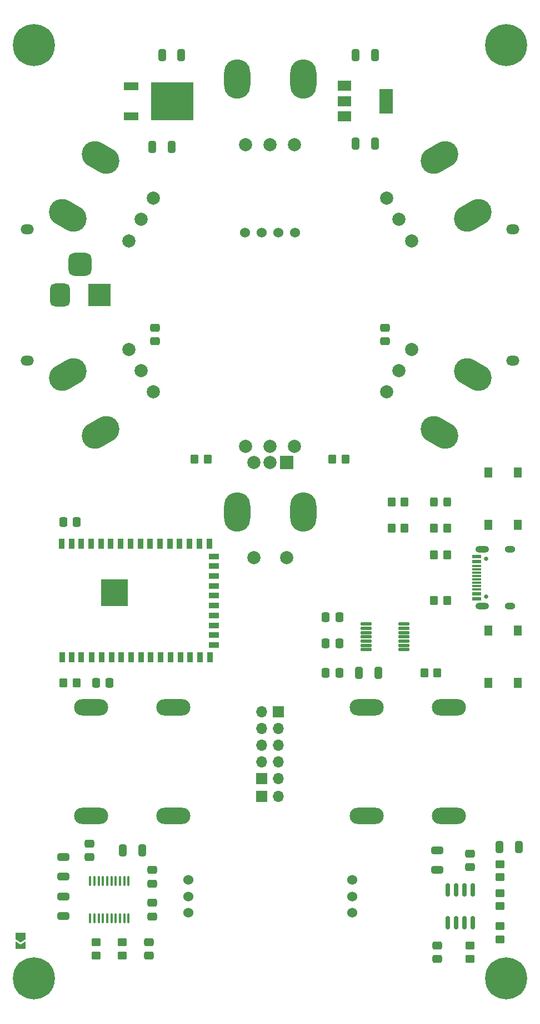
<source format=gbr>
%TF.GenerationSoftware,KiCad,Pcbnew,(6.0.0)*%
%TF.CreationDate,2022-11-04T15:31:48+01:00*%
%TF.ProjectId,Supersonic Quantumbox,53757065-7273-46f6-9e69-63205175616e,rev?*%
%TF.SameCoordinates,Original*%
%TF.FileFunction,Soldermask,Bot*%
%TF.FilePolarity,Negative*%
%FSLAX46Y46*%
G04 Gerber Fmt 4.6, Leading zero omitted, Abs format (unit mm)*
G04 Created by KiCad (PCBNEW (6.0.0)) date 2022-11-04 15:31:48*
%MOMM*%
%LPD*%
G01*
G04 APERTURE LIST*
G04 Aperture macros list*
%AMRoundRect*
0 Rectangle with rounded corners*
0 $1 Rounding radius*
0 $2 $3 $4 $5 $6 $7 $8 $9 X,Y pos of 4 corners*
0 Add a 4 corners polygon primitive as box body*
4,1,4,$2,$3,$4,$5,$6,$7,$8,$9,$2,$3,0*
0 Add four circle primitives for the rounded corners*
1,1,$1+$1,$2,$3*
1,1,$1+$1,$4,$5*
1,1,$1+$1,$6,$7*
1,1,$1+$1,$8,$9*
0 Add four rect primitives between the rounded corners*
20,1,$1+$1,$2,$3,$4,$5,0*
20,1,$1+$1,$4,$5,$6,$7,0*
20,1,$1+$1,$6,$7,$8,$9,0*
20,1,$1+$1,$8,$9,$2,$3,0*%
%AMHorizOval*
0 Thick line with rounded ends*
0 $1 width*
0 $2 $3 position (X,Y) of the first rounded end (center of the circle)*
0 $4 $5 position (X,Y) of the second rounded end (center of the circle)*
0 Add line between two ends*
20,1,$1,$2,$3,$4,$5,0*
0 Add two circle primitives to create the rounded ends*
1,1,$1,$2,$3*
1,1,$1,$4,$5*%
%AMFreePoly0*
4,1,6,1.000000,0.000000,0.500000,-0.750000,-0.500000,-0.750000,-0.500000,0.750000,0.500000,0.750000,1.000000,0.000000,1.000000,0.000000,$1*%
%AMFreePoly1*
4,1,6,0.500000,-0.750000,-0.650000,-0.750000,-0.150000,0.000000,-0.650000,0.750000,0.500000,0.750000,0.500000,-0.750000,0.500000,-0.750000,$1*%
G04 Aperture macros list end*
%ADD10C,0.800000*%
%ADD11C,6.400000*%
%ADD12HorizOval,4.000000X-0.866025X-0.500000X0.866025X0.500000X0*%
%ADD13C,2.000000*%
%ADD14O,4.000000X6.000000*%
%ADD15HorizOval,4.000000X-0.866025X0.500000X0.866025X-0.500000X0*%
%ADD16O,2.000000X1.500000*%
%ADD17HorizOval,4.000000X0.866025X-0.500000X-0.866025X0.500000X0*%
%ADD18C,1.524000*%
%ADD19R,1.700000X1.700000*%
%ADD20O,1.700000X1.700000*%
%ADD21R,2.000000X2.000000*%
%ADD22R,2.500000X3.000000*%
%ADD23HorizOval,4.000000X0.866025X0.500000X-0.866025X-0.500000X0*%
%ADD24RoundRect,0.250000X-0.450000X0.350000X-0.450000X-0.350000X0.450000X-0.350000X0.450000X0.350000X0*%
%ADD25RoundRect,0.250000X0.450000X-0.350000X0.450000X0.350000X-0.450000X0.350000X-0.450000X-0.350000X0*%
%ADD26RoundRect,0.250000X0.350000X0.450000X-0.350000X0.450000X-0.350000X-0.450000X0.350000X-0.450000X0*%
%ADD27RoundRect,0.100000X0.100000X-0.637500X0.100000X0.637500X-0.100000X0.637500X-0.100000X-0.637500X0*%
%ADD28RoundRect,0.250000X0.337500X0.475000X-0.337500X0.475000X-0.337500X-0.475000X0.337500X-0.475000X0*%
%ADD29RoundRect,0.250000X0.475000X-0.337500X0.475000X0.337500X-0.475000X0.337500X-0.475000X-0.337500X0*%
%ADD30R,2.000000X1.500000*%
%ADD31R,2.000000X3.800000*%
%ADD32RoundRect,0.020500X-0.764500X-0.184500X0.764500X-0.184500X0.764500X0.184500X-0.764500X0.184500X0*%
%ADD33O,5.200000X2.500000*%
%ADD34R,1.300000X1.550000*%
%ADD35RoundRect,0.250000X-0.650000X0.325000X-0.650000X-0.325000X0.650000X-0.325000X0.650000X0.325000X0*%
%ADD36RoundRect,0.250000X-0.337500X-0.475000X0.337500X-0.475000X0.337500X0.475000X-0.337500X0.475000X0*%
%ADD37RoundRect,0.250000X-0.325000X-0.650000X0.325000X-0.650000X0.325000X0.650000X-0.325000X0.650000X0*%
%ADD38RoundRect,0.250000X-0.350000X-0.450000X0.350000X-0.450000X0.350000X0.450000X-0.350000X0.450000X0*%
%ADD39R,2.200000X1.200000*%
%ADD40R,6.400000X5.800000*%
%ADD41FreePoly0,270.000000*%
%ADD42FreePoly1,270.000000*%
%ADD43R,3.500000X3.500000*%
%ADD44RoundRect,0.750000X-0.750000X-1.000000X0.750000X-1.000000X0.750000X1.000000X-0.750000X1.000000X0*%
%ADD45RoundRect,0.875000X-0.875000X-0.875000X0.875000X-0.875000X0.875000X0.875000X-0.875000X0.875000X0*%
%ADD46RoundRect,0.250000X-0.325000X-0.450000X0.325000X-0.450000X0.325000X0.450000X-0.325000X0.450000X0*%
%ADD47RoundRect,0.250000X0.325000X0.650000X-0.325000X0.650000X-0.325000X-0.650000X0.325000X-0.650000X0*%
%ADD48C,0.650000*%
%ADD49R,1.450000X0.600000*%
%ADD50R,1.450000X0.300000*%
%ADD51O,2.100000X1.000000*%
%ADD52O,1.600000X1.000000*%
%ADD53RoundRect,0.250000X-0.475000X0.337500X-0.475000X-0.337500X0.475000X-0.337500X0.475000X0.337500X0*%
%ADD54R,0.900000X1.500000*%
%ADD55R,1.500000X0.900000*%
%ADD56R,4.100000X4.100000*%
%ADD57RoundRect,0.250000X0.650000X-0.325000X0.650000X0.325000X-0.650000X0.325000X-0.650000X-0.325000X0*%
%ADD58RoundRect,0.150000X0.150000X-0.825000X0.150000X0.825000X-0.150000X0.825000X-0.150000X-0.825000X0*%
G04 APERTURE END LIST*
D10*
%TO.C,H4*%
X164938428Y-24600000D03*
X167338428Y-27000000D03*
X162538428Y-27000000D03*
X164938428Y-29400000D03*
X166635484Y-28697056D03*
X166635484Y-25302944D03*
X163241372Y-25302944D03*
X163241372Y-28697056D03*
D11*
X164938428Y-27000000D03*
%TD*%
D12*
%TO.C,RV4*%
X103133301Y-85873428D03*
X98083301Y-77126572D03*
D13*
X111143555Y-79747595D03*
X109268555Y-76500000D03*
X107393555Y-73252405D03*
%TD*%
D14*
%TO.C,RV2*%
X133988428Y-32170250D03*
X123888428Y-32170250D03*
D13*
X125188428Y-42170250D03*
X128938428Y-42170250D03*
X132688428Y-42170250D03*
%TD*%
D15*
%TO.C,RV1*%
X103133301Y-44126572D03*
X98083301Y-52873428D03*
D13*
X107393555Y-56747595D03*
X109268555Y-53500000D03*
X111143555Y-50252405D03*
%TD*%
D16*
%TO.C,D4*%
X165938428Y-75000000D03*
X165938428Y-55000000D03*
%TD*%
D17*
%TO.C,RV6*%
X159793555Y-77126572D03*
X154743555Y-85873428D03*
D13*
X150483301Y-73252405D03*
X148608301Y-76500000D03*
X146733301Y-79747595D03*
%TD*%
D18*
%TO.C,SW4*%
X141438428Y-159000000D03*
X141438428Y-156500000D03*
X141438428Y-154000000D03*
X116438428Y-159000000D03*
X116438428Y-156500000D03*
X116438428Y-154000000D03*
%TD*%
D10*
%TO.C,H1*%
X90538428Y-169000000D03*
X94635484Y-167302944D03*
X92938428Y-166600000D03*
X91241372Y-170697056D03*
X91241372Y-167302944D03*
X94635484Y-170697056D03*
X92938428Y-171400000D03*
X95338428Y-169000000D03*
D11*
X92938428Y-169000000D03*
%TD*%
D19*
%TO.C,J4*%
X127675428Y-138596000D03*
D20*
X127675428Y-136056000D03*
X127675428Y-133516000D03*
X127675428Y-130976000D03*
X127675428Y-128436000D03*
%TD*%
D21*
%TO.C,SW3*%
X131438428Y-90450000D03*
D13*
X126438428Y-90450000D03*
X128938428Y-90450000D03*
D22*
X134538428Y-97950000D03*
X123338428Y-97950000D03*
D13*
X131438428Y-104950000D03*
X126438428Y-104950000D03*
%TD*%
D14*
%TO.C,RV5*%
X123888428Y-98000000D03*
X133988428Y-98000000D03*
D13*
X132688428Y-88000000D03*
X128938428Y-88000000D03*
X125188428Y-88000000D03*
%TD*%
D10*
%TO.C,H3*%
X94635484Y-25302944D03*
X90538428Y-27000000D03*
X91241372Y-28697056D03*
X94635484Y-28697056D03*
X92938428Y-24600000D03*
X95338428Y-27000000D03*
X92938428Y-29400000D03*
X91241372Y-25302944D03*
D11*
X92938428Y-27000000D03*
%TD*%
D16*
%TO.C,D3*%
X91938428Y-75000000D03*
X91938428Y-55000000D03*
%TD*%
D10*
%TO.C,H2*%
X164938428Y-171400000D03*
X163241372Y-170697056D03*
X163241372Y-167302944D03*
X166635484Y-167302944D03*
D11*
X164938428Y-169000000D03*
D10*
X162538428Y-169000000D03*
X166635484Y-170697056D03*
X164938428Y-166600000D03*
X167338428Y-169000000D03*
%TD*%
D23*
%TO.C,RV3*%
X159793555Y-52873428D03*
X154743555Y-44126572D03*
D13*
X146733301Y-50252405D03*
X148608301Y-53500000D03*
X150483301Y-56747595D03*
%TD*%
D19*
%TO.C,J5*%
X130215428Y-128436000D03*
D20*
X130215428Y-130976000D03*
X130215428Y-133516000D03*
X130215428Y-136056000D03*
X130215428Y-138596000D03*
%TD*%
D19*
%TO.C,J3*%
X127670428Y-141263000D03*
D20*
X130210428Y-141263000D03*
%TD*%
D24*
%TO.C,R2*%
X163938428Y-161000000D03*
X163938428Y-163000000D03*
%TD*%
D25*
%TO.C,R4*%
X163938428Y-158000000D03*
X163938428Y-156000000D03*
%TD*%
D26*
%TO.C,R12*%
X155938428Y-111500000D03*
X153938428Y-111500000D03*
%TD*%
D27*
%TO.C,U7*%
X107363428Y-159862500D03*
X106713428Y-159862500D03*
X106063428Y-159862500D03*
X105413428Y-159862500D03*
X104763428Y-159862500D03*
X104113428Y-159862500D03*
X103463428Y-159862500D03*
X102813428Y-159862500D03*
X102163428Y-159862500D03*
X101513428Y-159862500D03*
X101513428Y-154137500D03*
X102163428Y-154137500D03*
X102813428Y-154137500D03*
X103463428Y-154137500D03*
X104113428Y-154137500D03*
X104763428Y-154137500D03*
X105413428Y-154137500D03*
X106063428Y-154137500D03*
X106713428Y-154137500D03*
X107363428Y-154137500D03*
%TD*%
D24*
%TO.C,R10*%
X102438428Y-163500000D03*
X102438428Y-165500000D03*
%TD*%
D28*
%TO.C,C13*%
X99475928Y-99500000D03*
X97400928Y-99500000D03*
%TD*%
D29*
%TO.C,C11*%
X101438428Y-150537500D03*
X101438428Y-148462500D03*
%TD*%
D30*
%TO.C,U6*%
X140288428Y-37800000D03*
X140288428Y-35500000D03*
D31*
X146588428Y-35500000D03*
D30*
X140288428Y-33200000D03*
%TD*%
D29*
%TO.C,C14*%
X110938428Y-159537500D03*
X110938428Y-157462500D03*
%TD*%
D32*
%TO.C,U3*%
X143568428Y-118950000D03*
X143568428Y-118300000D03*
X143568428Y-117650000D03*
X143568428Y-117000000D03*
X143568428Y-116350000D03*
X143568428Y-115700000D03*
X143568428Y-115050000D03*
X149308428Y-115050000D03*
X149308428Y-115700000D03*
X149308428Y-116350000D03*
X149308428Y-117000000D03*
X149308428Y-117650000D03*
X149308428Y-118300000D03*
X149308428Y-118950000D03*
%TD*%
D33*
%TO.C,U1*%
X143688428Y-144250000D03*
X143688428Y-127750000D03*
X156188428Y-127750000D03*
X156188428Y-144250000D03*
%TD*%
D34*
%TO.C,SW2*%
X166688428Y-123975000D03*
X166688428Y-116025000D03*
X162188428Y-116025000D03*
X162188428Y-123975000D03*
%TD*%
D35*
%TO.C,C15*%
X97438428Y-150525000D03*
X97438428Y-153475000D03*
%TD*%
D36*
%TO.C,C6*%
X137400928Y-122500000D03*
X139475928Y-122500000D03*
%TD*%
D37*
%TO.C,C7*%
X112463428Y-28500000D03*
X115413428Y-28500000D03*
%TD*%
D24*
%TO.C,R9*%
X106438428Y-163500000D03*
X106438428Y-165500000D03*
%TD*%
D37*
%TO.C,C8*%
X110963428Y-42500000D03*
X113913428Y-42500000D03*
%TD*%
%TO.C,C10*%
X141938428Y-42000000D03*
X144888428Y-42000000D03*
%TD*%
D38*
%TO.C,R14*%
X117438428Y-90000000D03*
X119438428Y-90000000D03*
%TD*%
D39*
%TO.C,U4*%
X107738428Y-37780000D03*
D40*
X114038428Y-35500000D03*
D39*
X107738428Y-33220000D03*
%TD*%
D41*
%TO.C,JP1*%
X90938428Y-162500000D03*
D42*
X90938428Y-163950000D03*
%TD*%
D35*
%TO.C,C16*%
X97438428Y-156525000D03*
X97438428Y-159475000D03*
%TD*%
D37*
%TO.C,C9*%
X141963428Y-28500000D03*
X144913428Y-28500000D03*
%TD*%
%TO.C,C18*%
X106463428Y-149500000D03*
X109413428Y-149500000D03*
%TD*%
D43*
%TO.C,J2*%
X102938428Y-65000000D03*
D44*
X96938428Y-65000000D03*
D45*
X99938428Y-60300000D03*
%TD*%
D46*
%TO.C,D5*%
X153913428Y-96500000D03*
X155963428Y-96500000D03*
%TD*%
D38*
%TO.C,R13*%
X138438428Y-90000000D03*
X140438428Y-90000000D03*
%TD*%
D29*
%TO.C,C23*%
X146438428Y-72037500D03*
X146438428Y-69962500D03*
%TD*%
D28*
%TO.C,C5*%
X139475928Y-114000000D03*
X137400928Y-114000000D03*
%TD*%
D25*
%TO.C,R1*%
X159438428Y-166000000D03*
X159438428Y-164000000D03*
%TD*%
D26*
%TO.C,R11*%
X155938428Y-104500000D03*
X153938428Y-104500000D03*
%TD*%
D29*
%TO.C,C22*%
X111438428Y-72037500D03*
X111438428Y-69962500D03*
%TD*%
%TO.C,C1*%
X154438428Y-166037500D03*
X154438428Y-163962500D03*
%TD*%
D34*
%TO.C,SW1*%
X166688428Y-99975000D03*
X166688428Y-92025000D03*
X162188428Y-99975000D03*
X162188428Y-92025000D03*
%TD*%
D47*
%TO.C,C21*%
X145413428Y-122500000D03*
X142463428Y-122500000D03*
%TD*%
D29*
%TO.C,C17*%
X110938428Y-154537500D03*
X110938428Y-152462500D03*
%TD*%
D38*
%TO.C,R8*%
X97438428Y-124000000D03*
X99438428Y-124000000D03*
%TD*%
D48*
%TO.C,J1*%
X161838428Y-110890000D03*
X161838428Y-105110000D03*
D49*
X160393428Y-104750000D03*
X160393428Y-105550000D03*
D50*
X160393428Y-106750000D03*
X160393428Y-107750000D03*
X160393428Y-108250000D03*
X160393428Y-109250000D03*
D49*
X160393428Y-110450000D03*
X160393428Y-111250000D03*
X160393428Y-111250000D03*
X160393428Y-110450000D03*
D50*
X160393428Y-109750000D03*
X160393428Y-108750000D03*
X160393428Y-107250000D03*
X160393428Y-106250000D03*
D49*
X160393428Y-105550000D03*
X160393428Y-104750000D03*
D51*
X161308428Y-112320000D03*
X161308428Y-103680000D03*
D52*
X165488428Y-103680000D03*
X165488428Y-112320000D03*
%TD*%
D38*
%TO.C,R5*%
X147438428Y-100500000D03*
X149438428Y-100500000D03*
%TD*%
D28*
%TO.C,C4*%
X139475928Y-118000000D03*
X137400928Y-118000000D03*
%TD*%
D38*
%TO.C,R7*%
X147438428Y-96500000D03*
X149438428Y-96500000D03*
%TD*%
D24*
%TO.C,R3*%
X163952726Y-151586052D03*
X163952726Y-153586052D03*
%TD*%
D38*
%TO.C,R15*%
X153938428Y-100500000D03*
X155938428Y-100500000D03*
%TD*%
D26*
%TO.C,R6*%
X154438428Y-122500000D03*
X152438428Y-122500000D03*
%TD*%
D53*
%TO.C,C19*%
X110438428Y-163462500D03*
X110438428Y-165537500D03*
%TD*%
D54*
%TO.C,U5*%
X97163428Y-102875000D03*
X98663428Y-102875000D03*
X100163428Y-102875000D03*
X101663428Y-102875000D03*
X103163428Y-102875000D03*
X104663428Y-102875000D03*
X106163428Y-102875000D03*
X107663428Y-102875000D03*
X109163428Y-102875000D03*
X110663428Y-102875000D03*
X112163428Y-102875000D03*
X113663428Y-102875000D03*
X115163428Y-102875000D03*
X116663428Y-102875000D03*
X118163428Y-102875000D03*
X119663428Y-102875000D03*
D55*
X120413428Y-104750000D03*
X120413428Y-106250000D03*
X120413428Y-107750000D03*
X120413428Y-109250000D03*
X120413428Y-110750000D03*
X120413428Y-112250000D03*
X120413428Y-113750000D03*
X120413428Y-115250000D03*
X120413428Y-116750000D03*
X120413428Y-118250000D03*
D54*
X119763428Y-120125000D03*
X118263428Y-120125000D03*
X116763428Y-120125000D03*
X115263428Y-120125000D03*
X113763428Y-120125000D03*
X112263428Y-120125000D03*
X110763428Y-120125000D03*
X109263428Y-120125000D03*
X107763428Y-120125000D03*
X106263428Y-120125000D03*
X104763428Y-120125000D03*
X103263428Y-120125000D03*
X101763428Y-120125000D03*
X100163428Y-120125000D03*
X98663428Y-120125000D03*
X97263428Y-120125000D03*
D56*
X105203428Y-110310000D03*
%TD*%
D47*
%TO.C,C2*%
X166869157Y-148987206D03*
X163919157Y-148987206D03*
%TD*%
D18*
%TO.C,O1*%
X125128428Y-55500000D03*
X127668428Y-55500000D03*
X130208428Y-55500000D03*
X132748428Y-55500000D03*
%TD*%
D57*
%TO.C,C3*%
X154438428Y-152475000D03*
X154438428Y-149525000D03*
%TD*%
D58*
%TO.C,U2*%
X159843428Y-160475000D03*
X158573428Y-160475000D03*
X157303428Y-160475000D03*
X156033428Y-160475000D03*
X156033428Y-155525000D03*
X157303428Y-155525000D03*
X158573428Y-155525000D03*
X159843428Y-155525000D03*
%TD*%
D29*
%TO.C,C20*%
X159438428Y-152037500D03*
X159438428Y-149962500D03*
%TD*%
D28*
%TO.C,C12*%
X104475928Y-124000000D03*
X102400928Y-124000000D03*
%TD*%
D33*
%TO.C,U8*%
X114188428Y-144250000D03*
X114188428Y-127750000D03*
X101688428Y-144250000D03*
X101688428Y-127750000D03*
%TD*%
M02*

</source>
